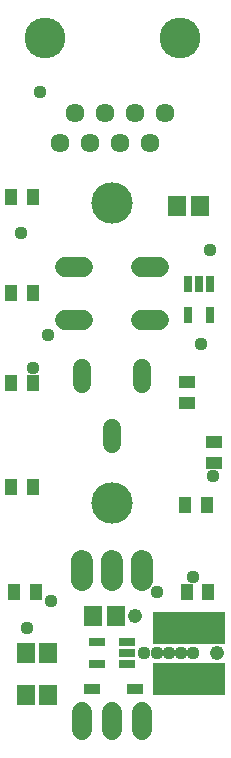
<source format=gts>
G75*
%MOIN*%
%OFA0B0*%
%FSLAX24Y24*%
%IPPOS*%
%LPD*%
%AMOC8*
5,1,8,0,0,1.08239X$1,22.5*
%
%ADD10C,0.1380*%
%ADD11C,0.0730*%
%ADD12R,0.0552X0.0297*%
%ADD13R,0.0395X0.0552*%
%ADD14R,0.0592X0.0671*%
%ADD15R,0.2442X0.1064*%
%ADD16R,0.0552X0.0356*%
%ADD17C,0.0680*%
%ADD18C,0.0634*%
%ADD19C,0.1360*%
%ADD20C,0.0600*%
%ADD21R,0.0316X0.0552*%
%ADD22R,0.0552X0.0395*%
%ADD23C,0.0440*%
%ADD24C,0.0476*%
D10*
X004220Y009317D03*
X004220Y019317D03*
D11*
X004220Y007391D02*
X004220Y006742D01*
X003220Y006742D02*
X003220Y007391D01*
X005220Y007391D02*
X005220Y006742D01*
D12*
X004732Y004691D03*
X004732Y004317D03*
X004732Y003943D03*
X003708Y003943D03*
X003708Y004691D03*
D13*
X001674Y006367D03*
X000966Y006367D03*
X000866Y009867D03*
X001574Y009867D03*
X001574Y013317D03*
X000866Y013317D03*
X000866Y016317D03*
X001574Y016317D03*
X001574Y019517D03*
X000866Y019517D03*
X006666Y009267D03*
X007374Y009267D03*
X007424Y006367D03*
X006716Y006367D03*
D14*
X001346Y002917D03*
X002094Y002917D03*
X002094Y004317D03*
X001346Y004317D03*
X003596Y005567D03*
X004344Y005567D03*
X006396Y019217D03*
X007144Y019217D03*
D15*
X006789Y005153D03*
X006789Y003460D03*
D16*
X004998Y003117D03*
X003542Y003117D03*
D17*
X003220Y002367D02*
X003220Y001767D01*
X004220Y001767D02*
X004220Y002367D01*
X005220Y002367D02*
X005220Y001767D01*
X005200Y015427D02*
X005800Y015427D01*
X005800Y017207D02*
X005200Y017207D01*
X003240Y017207D02*
X002640Y017207D01*
X002640Y015427D02*
X003240Y015427D01*
D18*
X003470Y021317D03*
X002470Y021317D03*
X002970Y022317D03*
X003970Y022317D03*
X004970Y022317D03*
X005970Y022317D03*
X005470Y021317D03*
X004470Y021317D03*
D19*
X006470Y024817D03*
X001970Y024817D03*
D20*
X003220Y013827D02*
X003220Y013307D01*
X004220Y011827D02*
X004220Y011307D01*
X005220Y013307D02*
X005220Y013827D01*
D21*
X006746Y015602D03*
X007494Y015602D03*
X007494Y016631D03*
X007120Y016631D03*
X006746Y016631D03*
D22*
X006720Y013371D03*
X006720Y012662D03*
X007620Y011371D03*
X007620Y010662D03*
D23*
X007570Y010217D03*
X006920Y006867D03*
X005720Y006367D03*
X005720Y004317D03*
X005270Y004317D03*
X006120Y004317D03*
X006520Y004317D03*
X006920Y004317D03*
X002170Y006067D03*
X001370Y005167D03*
X001570Y013817D03*
X002070Y014917D03*
X001170Y018317D03*
X001820Y023017D03*
X007470Y017767D03*
X007170Y014617D03*
D24*
X004970Y005567D03*
X007720Y004317D03*
M02*

</source>
